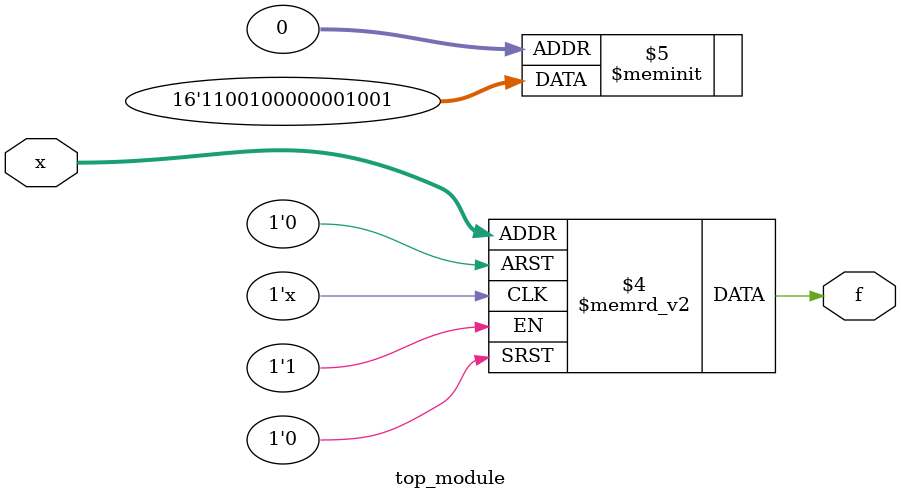
<source format=sv>
module top_module (
    input [4:1] x,
    output logic f
);

always_comb begin
    case ({x[4], x[3], x[2], x[1]})
        4'b0000, 4'b0011, 4'b1011, 4'b1111, 4'b1110: f = 1'b1;
        4'b0001, 4'b0110, 4'b0010: f = 1'b0;
        default: f = 1'b0; // Don't-care (d) is treated as 0
    endcase
end

endmodule

</source>
